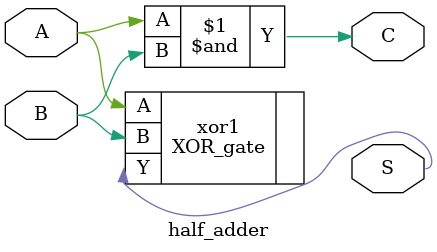
<source format=v>
module half_adder (
    input A,
    input B,
    output S,
    output C
);
    XOR_gate xor1(
        .A(A),
        .B(B),
        .Y(S)
    );
    assign C = A & B;
endmodule

</source>
